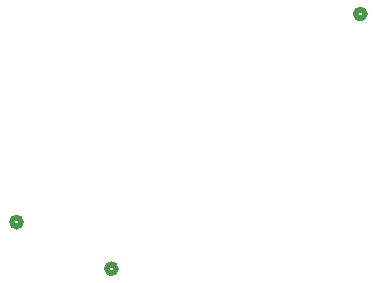
<source format=gbr>
%TF.GenerationSoftware,KiCad,Pcbnew,9.0.0*%
%TF.CreationDate,2026-01-30T14:08:11-05:00*%
%TF.ProjectId,Proprietary_RJ45,50726f70-7269-4657-9461-72795f524a34,rev?*%
%TF.SameCoordinates,Original*%
%TF.FileFunction,Legend,Bot*%
%TF.FilePolarity,Positive*%
%FSLAX46Y46*%
G04 Gerber Fmt 4.6, Leading zero omitted, Abs format (unit mm)*
G04 Created by KiCad (PCBNEW 9.0.0) date 2026-01-30 14:08:11*
%MOMM*%
%LPD*%
G01*
G04 APERTURE LIST*
%ADD10C,0.508000*%
G04 APERTURE END LIST*
D10*
%TO.C,J2*%
X121365002Y-101510201D02*
G75*
G02*
X120603002Y-101510201I-381000J0D01*
G01*
X120603002Y-101510201D02*
G75*
G02*
X121365002Y-101510201I381000J0D01*
G01*
%TO.C,J1*%
X113326000Y-97554550D02*
G75*
G02*
X112564000Y-97554550I-381000J0D01*
G01*
X112564000Y-97554550D02*
G75*
G02*
X113326000Y-97554550I381000J0D01*
G01*
%TO.C,J3*%
X142436000Y-79945450D02*
G75*
G02*
X141674000Y-79945450I-381000J0D01*
G01*
X141674000Y-79945450D02*
G75*
G02*
X142436000Y-79945450I381000J0D01*
G01*
%TD*%
M02*

</source>
